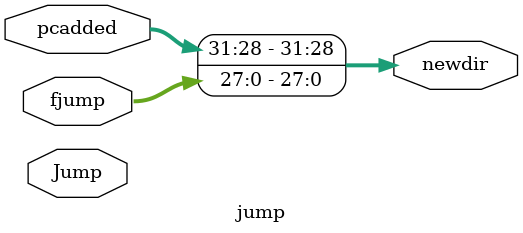
<source format=v>
module jump(fjump,Jump,pcadded,newdir);
input[31:0] pcadded;
input[27:0] fjump;
input Jump;
output[31:0] newdir;
assign newdir={pcadded[31:28],fjump};

always@(fjump)
begin
	$display("Jump: Jump is %b, newdir is %b  and fjump is %b",Jump,newdir, fjump);
end

endmodule

</source>
